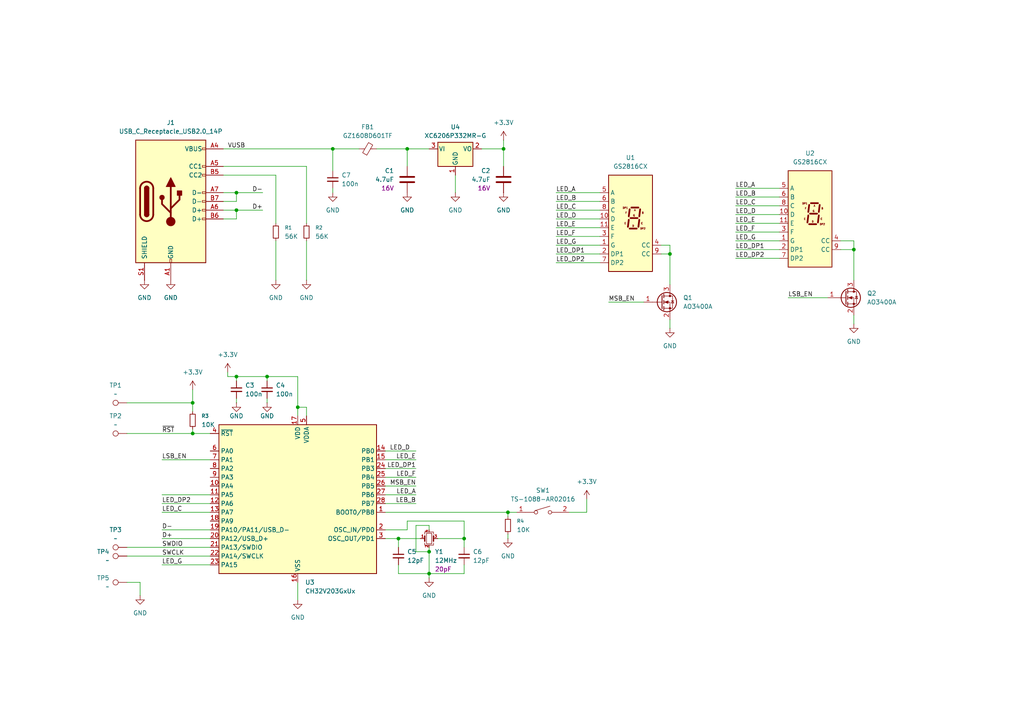
<source format=kicad_sch>
(kicad_sch (version 20250114) (generator "eeschema") (generator_version "9.0")
  (paper "A4")
  (title_block (title "USB C 7 Segment LEDs") (date "2025-08-23") (rev "1") (company "Chris H"))
  (lib_symbols
    (symbol "Connector:TestPoint" (pin_numbers (hide yes)) (pin_names (offset 0.762) (hide yes))
      (property "Reference" "TP" (at 0 6.858 0))
      (property "Value" "TestPoint" (at 0 5.08 0))
      (symbol "TestPoint_0_1"
        (circle (center 0 3.302) (radius 0.762))
      )
      (symbol "TestPoint_1_1"
        (pin passive line (at 0 0 90) (length 2.54) (name "1") (number "1"))
      )
    )
    (symbol "Connector:USB_C_Receptacle_USB2.0_14P" (pin_names (offset 1.016))
      (property "Reference" "J" (at 0 22.225 0))
      (property "Value" "USB_C_Receptacle_USB2.0_14P" (at 0 19.685 0))
      (symbol "USB_C_Receptacle_USB2.0_14P_0_0"
        (rectangle (start -0.254 -17.78) (end 0.254 -16.764))
        (rectangle (start 10.16 15.494) (end 9.144 14.986))
        (rectangle (start 10.16 10.414) (end 9.144 9.906))
        (rectangle (start 10.16 7.874) (end 9.144 7.366))
        (rectangle (start 10.16 2.794) (end 9.144 2.286))
        (rectangle (start 10.16 0.254) (end 9.144 -0.254))
        (rectangle (start 10.16 -2.286) (end 9.144 -2.794))
        (rectangle (start 10.16 -4.826) (end 9.144 -5.334))
      )
      (symbol "USB_C_Receptacle_USB2.0_14P_0_1"
        (rectangle (start -10.16 17.78) (end 10.16 -17.78) (stroke (width 0.254)) (fill (type background)))
        (polyline (pts (xy -8.89 -3.81) (xy -8.89 3.81)) (stroke (width 0.508)))
        (rectangle (start -7.62 -3.81) (end -6.35 3.81) (stroke (width 0.254)) (fill (type outline)))
        (arc (start -7.62 3.81) (mid -6.985 4.4423) (end -6.35 3.81) (stroke (width 0.254)))
        (arc (start -7.62 3.81) (mid -6.985 4.4423) (end -6.35 3.81) (stroke (width 0.254)) (fill (type outline)))
        (arc (start -8.89 3.81) (mid -6.985 5.7067) (end -5.08 3.81) (stroke (width 0.508)))
        (arc (start -5.08 -3.81) (mid -6.985 -5.7067) (end -8.89 -3.81) (stroke (width 0.508)))
        (arc (start -6.35 -3.81) (mid -6.985 -4.4423) (end -7.62 -3.81) (stroke (width 0.254)))
        (arc (start -6.35 -3.81) (mid -6.985 -4.4423) (end -7.62 -3.81) (stroke (width 0.254)) (fill (type outline)))
        (polyline (pts (xy -5.08 3.81) (xy -5.08 -3.81)) (stroke (width 0.508)))
        (circle (center -2.54 1.143) (radius 0.635) (stroke (width 0.254)) (fill (type outline)))
        (polyline (pts (xy -1.27 4.318) (xy 0 6.858) (xy 1.27 4.318) (xy -1.27 4.318)) (stroke (width 0.254)) (fill (type outline)))
        (polyline (pts (xy 0 -2.032) (xy 2.54 0.508) (xy 2.54 1.778)) (stroke (width 0.508)))
        (polyline (pts (xy 0 -3.302) (xy -2.54 -0.762) (xy -2.54 0.508)) (stroke (width 0.508)))
        (polyline (pts (xy 0 -5.842) (xy 0 4.318)) (stroke (width 0.508)))
        (circle (center 0 -5.842) (radius 1.27) (fill (type outline)))
        (rectangle (start 1.905 1.778) (end 3.175 3.048) (stroke (width 0.254)) (fill (type outline)))
      )
      (symbol "USB_C_Receptacle_USB2.0_14P_1_1"
        (pin passive line (at -7.62 -22.86 90) (length 5.08) (name "SHIELD") (number "S1"))
        (pin passive line (at 0 -22.86 90) (length 5.08) (name "GND") (number "A1"))
        (pin passive line (at 0 -22.86 90) (length 5.08) (hide yes) (name "GND") (number "A12"))
        (pin passive line (at 0 -22.86 90) (length 5.08) (hide yes) (name "GND") (number "B1"))
        (pin passive line (at 0 -22.86 90) (length 5.08) (hide yes) (name "GND") (number "B12"))
        (pin passive line (at 15.24 15.24 180) (length 5.08) (name "VBUS") (number "A4"))
        (pin passive line (at 15.24 15.24 180) (length 5.08) (hide yes) (name "VBUS") (number "A9"))
        (pin passive line (at 15.24 15.24 180) (length 5.08) (hide yes) (name "VBUS") (number "B4"))
        (pin passive line (at 15.24 15.24 180) (length 5.08) (hide yes) (name "VBUS") (number "B9"))
        (pin bidirectional line (at 15.24 10.16 180) (length 5.08) (name "CC1") (number "A5"))
        (pin bidirectional line (at 15.24 7.62 180) (length 5.08) (name "CC2") (number "B5"))
        (pin bidirectional line (at 15.24 2.54 180) (length 5.08) (name "D-") (number "A7"))
        (pin bidirectional line (at 15.24 0 180) (length 5.08) (name "D-") (number "B7"))
        (pin bidirectional line (at 15.24 -2.54 180) (length 5.08) (name "D+") (number "A6"))
        (pin bidirectional line (at 15.24 -5.08 180) (length 5.08) (name "D+") (number "B6"))
      )
    )
    (symbol "Device:C" (pin_numbers (hide yes)) (pin_names (offset 0.254))
      (property "Reference" "C" (at 0.635 2.54 0))
      (property "Value" "C" (at 0.635 -2.54 0))
      (symbol "C_0_1"
        (polyline (pts (xy -2.032 0.762) (xy 2.032 0.762)) (stroke (width 0.508)))
        (polyline (pts (xy -2.032 -0.762) (xy 2.032 -0.762)) (stroke (width 0.508)))
      )
      (symbol "C_1_1"
        (pin passive line (at 0 3.81 270) (length 2.794) (name "~") (number "1"))
        (pin passive line (at 0 -3.81 90) (length 2.794) (name "~") (number "2"))
      )
    )
    (symbol "Device:C_Small" (pin_numbers (hide yes)) (pin_names (offset 0.254) (hide yes))
      (property "Reference" "C" (at 0.254 1.778 0))
      (property "Value" "C_Small" (at 0.254 -2.032 0))
      (symbol "C_Small_0_1"
        (polyline (pts (xy -1.524 0.508) (xy 1.524 0.508)) (stroke (width 0.3048)))
        (polyline (pts (xy -1.524 -0.508) (xy 1.524 -0.508)) (stroke (width 0.3302)))
      )
      (symbol "C_Small_1_1"
        (pin passive line (at 0 2.54 270) (length 2.032) (name "~") (number "1"))
        (pin passive line (at 0 -2.54 90) (length 2.032) (name "~") (number "2"))
      )
    )
    (symbol "Device:Crystal_GND24_Small" (pin_names (offset 1.016) (hide yes))
      (property "Reference" "Y" (at 1.27 4.445 0))
      (property "Value" "Crystal_GND24_Small" (at 1.27 2.54 0))
      (symbol "Crystal_GND24_Small_0_1"
        (polyline (pts (xy -1.27 1.27) (xy -1.27 1.905) (xy 1.27 1.905) (xy 1.27 1.27)))
        (polyline (pts (xy -1.27 -0.762) (xy -1.27 0.762)) (stroke (width 0.381)))
        (polyline (pts (xy -1.27 -1.27) (xy -1.27 -1.905) (xy 1.27 -1.905) (xy 1.27 -1.27)))
        (rectangle (start -0.762 -1.524) (end 0.762 1.524))
        (polyline (pts (xy 1.27 -0.762) (xy 1.27 0.762)) (stroke (width 0.381)))
      )
      (symbol "Crystal_GND24_Small_1_1"
        (pin passive line (at -2.54 0 0) (length 1.27) (name "1") (number "1"))
        (pin passive line (at 0 2.54 270) (length 0.635) (name "4") (number "4"))
        (pin passive line (at 0 -2.54 90) (length 0.635) (name "2") (number "2"))
        (pin passive line (at 2.54 0 180) (length 1.27) (name "3") (number "3"))
      )
    )
    (symbol "Device:FerriteBead_Small" (pin_numbers (hide yes)) (pin_names (offset 0))
      (property "Reference" "FB" (at 1.905 1.27 0))
      (property "Value" "FerriteBead_Small" (at 1.905 -1.27 0))
      (symbol "FerriteBead_Small_0_1"
        (polyline (pts (xy -1.8288 0.2794) (xy -1.1176 1.4986) (xy 1.8288 -0.2032) (xy 1.1176 -1.4224) (xy -1.8288 0.2794)))
        (polyline (pts (xy 0 0.889) (xy 0 1.2954)))
        (polyline (pts (xy 0 -1.27) (xy 0 -0.7874)))
      )
      (symbol "FerriteBead_Small_1_1"
        (pin passive line (at 0 2.54 270) (length 1.27) (name "~") (number "1"))
        (pin passive line (at 0 -2.54 90) (length 1.27) (name "~") (number "2"))
      )
    )
    (symbol "Device:R_Small" (pin_numbers (hide yes)) (pin_names (offset 0.254) (hide yes))
      (property "Reference" "R" (at 0 0 90))
      (property "Value" "R_Small" (at 1.778 0 90))
      (symbol "R_Small_0_1"
        (rectangle (start -0.762 1.778) (end 0.762 -1.778) (stroke (width 0.2032)))
      )
      (symbol "R_Small_1_1"
        (pin passive line (at 0 2.54 270) (length 0.762) (name "~") (number "1"))
        (pin passive line (at 0 -2.54 90) (length 0.762) (name "~") (number "2"))
      )
    )
    (symbol "EASYEDA2KICAD:TS-1088-AR02016"
      (property "Reference" "SW1" (at 0 6.35 0))
      (property "Value" "TS-1088-AR02016" (at 0 3.81 0))
      (symbol "TS-1088-AR02016_0_1"
        (polyline (pts (xy -5.08 0) (xy -2.54 0)))
        (polyline (pts (xy -2.29 0.51) (xy 2.03 1.78)))
        (circle (center -2.03 0) (radius 0.51))
        (circle (center 2.03 0) (radius 0.51))
        (polyline (pts (xy 5.08 0) (xy 2.54 0)))
      )
      (symbol "TS-1088-AR02016_1_1"
        (pin unspecified line (at -7.62 0 0) (length 2.54) (name "") (number "1"))
        (pin unspecified line (at 7.62 0 180) (length 2.54) (name "") (number "2"))
      )
    )
    (symbol "MCU_WCH_CH32V2:CH32V203GxUx"
      (property "Reference" "U" (at -21.59 24.384 0))
      (property "Value" "CH32V203GxUx" (at 15.748 24.13 0))
      (symbol "CH32V203GxUx_1_1"
        (rectangle (start -22.86 22.86) (end 22.86 -20.32) (stroke (width 0.254)) (fill (type background)))
        (pin input line (at -25.4 20.32 0) (length 2.54) (name "~{RST}") (number "4"))
        (pin bidirectional line (at -25.4 15.24 0) (length 2.54) (name "PA0") (number "6"))
        (pin bidirectional line (at -25.4 12.7 0) (length 2.54) (name "PA1") (number "7"))
        (pin bidirectional line (at -25.4 10.16 0) (length 2.54) (name "PA2") (number "8"))
        (pin bidirectional line (at -25.4 7.62 0) (length 2.54) (name "PA3") (number "9"))
        (pin bidirectional line (at -25.4 5.08 0) (length 2.54) (name "PA4") (number "10"))
        (pin bidirectional line (at -25.4 2.54 0) (length 2.54) (name "PA5") (number "11"))
        (pin bidirectional line (at -25.4 0 0) (length 2.54) (name "PA6") (number "12"))
        (pin bidirectional line (at -25.4 -2.54 0) (length 2.54) (name "PA7") (number "13"))
        (pin bidirectional line (at -25.4 -5.08 0) (length 2.54) (name "PA9") (number "18"))
        (pin bidirectional line (at -25.4 -7.62 0) (length 2.54) (name "PA10/PA11/USB_D-") (number "19"))
        (pin bidirectional line (at -25.4 -10.16 0) (length 2.54) (name "PA12/USB_D+") (number "20"))
        (pin bidirectional line (at -25.4 -12.7 0) (length 2.54) (name "PA13/SWDIO") (number "21"))
        (pin bidirectional line (at -25.4 -15.24 0) (length 2.54) (name "PA14/SWCLK") (number "22"))
        (pin bidirectional line (at -25.4 -17.78 0) (length 2.54) (name "PA15") (number "23"))
        (pin power_in line (at 0 25.4 270) (length 2.54) (name "VDD") (number "17"))
        (pin power_in line (at 0 -22.86 90) (length 2.54) (name "VSS") (number "16"))
        (pin passive line (at 0 -22.86 90) (length 2.54) (hide yes) (name "VSS") (number "29"))
        (pin power_in line (at 2.54 25.4 270) (length 2.54) (name "VDDA") (number "5"))
        (pin bidirectional line (at 25.4 15.24 180) (length 2.54) (name "PB0") (number "14"))
        (pin bidirectional line (at 25.4 12.7 180) (length 2.54) (name "PB1") (number "15"))
        (pin bidirectional line (at 25.4 10.16 180) (length 2.54) (name "PB3") (number "24"))
        (pin bidirectional line (at 25.4 7.62 180) (length 2.54) (name "PB4") (number "25"))
        (pin bidirectional line (at 25.4 5.08 180) (length 2.54) (name "PB5") (number "26"))
        (pin bidirectional line (at 25.4 2.54 180) (length 2.54) (name "PB6") (number "27"))
        (pin bidirectional line (at 25.4 0 180) (length 2.54) (name "PB7") (number "28"))
        (pin bidirectional line (at 25.4 -2.54 180) (length 2.54) (name "BOOT0/PB8") (number "1"))
        (pin bidirectional line (at 25.4 -7.62 180) (length 2.54) (name "OSC_IN/PD0") (number "2"))
        (pin bidirectional line (at 25.4 -10.16 180) (length 2.54) (name "OSC_OUT/PD1") (number "3"))
      )
    )
    (symbol "Regulator_Linear:XC6206PxxxMR" (pin_names (offset 0.254))
      (property "Reference" "U" (at -3.81 3.175 0))
      (property "Value" "XC6206PxxxMR" (at 0 3.175 0))
      (symbol "XC6206PxxxMR_0_1"
        (rectangle (start -5.08 1.905) (end 5.08 -5.08) (stroke (width 0.254)) (fill (type background)))
      )
      (symbol "XC6206PxxxMR_1_1"
        (pin power_in line (at -7.62 0 0) (length 2.54) (name "VI") (number "3"))
        (pin power_in line (at 0 -7.62 90) (length 2.54) (name "GND") (number "1"))
        (pin power_out line (at 7.62 0 180) (length 2.54) (name "VO") (number "2"))
      )
    )
    (symbol "Transistor_FET:AO3400A" (pin_names (offset 0) (hide yes))
      (property "Reference" "Q" (at 5.08 1.905 0))
      (property "Value" "AO3400A" (at 5.08 0 0))
      (symbol "AO3400A_0_1"
        (polyline (pts (xy 0.254 1.905) (xy 0.254 -1.905)) (stroke (width 0.254)))
        (polyline (pts (xy 0.254 0) (xy -2.54 0)))
        (polyline (pts (xy 0.762 2.286) (xy 0.762 1.27)) (stroke (width 0.254)))
        (polyline (pts (xy 0.762 0.508) (xy 0.762 -0.508)) (stroke (width 0.254)))
        (polyline (pts (xy 0.762 -1.27) (xy 0.762 -2.286)) (stroke (width 0.254)))
        (polyline (pts (xy 0.762 -1.778) (xy 3.302 -1.778) (xy 3.302 1.778) (xy 0.762 1.778)))
        (polyline (pts (xy 1.016 0) (xy 2.032 0.381) (xy 2.032 -0.381) (xy 1.016 0)) (fill (type outline)))
        (circle (center 1.651 0) (radius 2.794) (stroke (width 0.254)))
        (polyline (pts (xy 2.54 2.54) (xy 2.54 1.778)))
        (circle (center 2.54 1.778) (radius 0.254) (fill (type outline)))
        (circle (center 2.54 -1.778) (radius 0.254) (fill (type outline)))
        (polyline (pts (xy 2.54 -2.54) (xy 2.54 0) (xy 0.762 0)))
        (polyline (pts (xy 2.921 0.381) (xy 3.683 0.381)))
        (polyline (pts (xy 3.302 0.381) (xy 2.921 -0.254) (xy 3.683 -0.254) (xy 3.302 0.381)))
      )
      (symbol "AO3400A_1_1"
        (pin input line (at -5.08 0 0) (length 2.54) (name "G") (number "1"))
        (pin passive line (at 2.54 5.08 270) (length 2.54) (name "D") (number "3"))
        (pin passive line (at 2.54 -5.08 90) (length 2.54) (name "S") (number "2"))
      )
    )
    (symbol "power:+3.3V" (power) (pin_numbers (hide yes)) (pin_names (offset 0) (hide yes))
      (property "Value" "+3.3V" (at 0 3.556 0))
      (symbol "+3.3V_0_1"
        (polyline (pts (xy -0.762 1.27) (xy 0 2.54)))
        (polyline (pts (xy 0 2.54) (xy 0.762 1.27)))
        (polyline (pts (xy 0 0) (xy 0 2.54)))
      )
      (symbol "+3.3V_1_1"
        (pin power_in line (at 0 0 90) (length 0) (name "~") (number "1"))
      )
    )
    (symbol "power:GND" (power) (pin_numbers (hide yes)) (pin_names (offset 0) (hide yes))
      (property "Value" "GND" (at 0 -3.81 0))
      (symbol "GND_0_1"
        (polyline (pts (xy 0 0) (xy 0 -1.27) (xy 1.27 -1.27) (xy 0 -2.54) (xy -1.27 -1.27) (xy 0 -1.27)))
      )
      (symbol "GND_1_1"
        (pin power_in line (at 0 0 270) (length 0) (name "~") (number "1"))
      )
    )
    (symbol "usbc-7seg:GS2816CX"
      (property "Reference" "U" (at -5.08 13.97 0))
      (property "Value" "GS2816CX" (at 5.08 13.97 0))
      (symbol "GS2816CX_1_0"
        (text "E" (at -1.524 -1.27 0) (effects (font (size 0.508 0.508))))
        (text "F" (at -1.27 1.778 0) (effects (font (size 0.508 0.508))))
        (text "D" (at 0.762 -2.032 0) (effects (font (size 0.508 0.508))))
        (text "G" (at 1.016 1.016 0) (effects (font (size 0.508 0.508))))
        (text "A" (at 1.27 2.54 0) (effects (font (size 0.508 0.508))))
        (text "C" (at 3.302 -1.27 0) (effects (font (size 0.508 0.508))))
        (text "B" (at 3.556 1.778 0) (effects (font (size 0.508 0.508))))
      )
      (symbol "GS2816CX_1_1"
        (rectangle (start -6.35 12.7) (end 6.35 -15.24) (stroke (width 0.254)) (fill (type background)))
        (polyline (pts (xy -0.508 -0.254) (xy -0.762 -2.286)) (stroke (width 0.508)))
        (polyline (pts (xy -0.254 2.794) (xy -0.508 0.762)) (stroke (width 0.508)))
        (polyline (pts (xy -0.254 -2.794) (xy 1.778 -2.794)) (stroke (width 0.508)))
        (polyline (pts (xy 0 0.254) (xy 2.032 0.254)) (stroke (width 0.508)))
        (polyline (pts (xy 0.254 3.302) (xy 2.286 3.302)) (stroke (width 0.508)))
        (polyline (pts (xy 2.286 -2.921) (xy 2.286 -2.921)) (stroke (width 0.508)))
        (polyline (pts (xy 2.54 -0.254) (xy 2.286 -2.286)) (stroke (width 0.508)))
        (polyline (pts (xy 2.794 2.794) (xy 2.54 0.762)) (stroke (width 0.508)))
        (text "DP1\n\n" (at -1.524 2.794 0) (effects (font (size 0.508 0.508))))
        (text "DP2\n" (at 3.556 -2.794 0) (effects (font (size 0.508 0.508))))
        (pin input line (at -8.89 7.62 0) (length 2.54) (name "A") (number "5"))
        (pin input line (at -8.89 5.08 0) (length 2.54) (name "B") (number "6"))
        (pin input line (at -8.89 2.54 0) (length 2.54) (name "C") (number "8"))
        (pin input line (at -8.89 0 0) (length 2.54) (name "D") (number "10"))
        (pin input line (at -8.89 -2.54 0) (length 2.54) (name "E") (number "11"))
        (pin input line (at -8.89 -5.08 0) (length 2.54) (name "F") (number "3"))
        (pin input line (at -8.89 -7.62 0) (length 2.54) (name "G") (number "1"))
        (pin input line (at -8.89 -10.16 0) (length 2.54) (name "DP1") (number "2"))
        (pin input line (at -8.89 -12.7 0) (length 2.54) (name "DP2") (number "7"))
        (pin input line (at 8.89 -7.62 180) (length 2.54) (name "CC") (number "4"))
        (pin input line (at 8.89 -10.16 180) (length 2.54) (name "CC") (number "9"))
      )
    )
  )
  (junction (at 55.88 116.84))
  (junction (at 68.58 60.96))
  (junction (at 118.11 43.18))
  (junction (at 194.31 73.66))
  (junction (at 68.58 109.22))
  (junction (at 124.46 160.02))
  (junction (at 147.32 148.59))
  (junction (at 96.52 43.18))
  (junction (at 134.62 156.21))
  (junction (at 86.36 118.11))
  (junction (at 77.47 109.22))
  (junction (at 247.65 72.39))
  (junction (at 68.58 55.88))
  (junction (at 115.57 156.21))
  (junction (at 146.05 43.18))
  (junction (at 55.88 125.73))
  (junction (at 124.46 166.37))
  (wire (pts (xy 243.84 72.39) (xy 247.65 72.39)))
  (wire (pts (xy 213.36 62.23) (xy 226.06 62.23)))
  (wire (pts (xy 176.53 87.63) (xy 186.69 87.63)))
  (wire (pts (xy 40.64 168.91) (xy 36.83 168.91)))
  (wire (pts (xy 161.29 73.66) (xy 173.99 73.66)))
  (wire (pts (xy 64.77 48.26) (xy 88.9 48.26)))
  (wire (pts (xy 147.32 148.59) (xy 149.86 148.59)))
  (wire (pts (xy 66.04 107.95) (xy 66.04 109.22)))
  (wire (pts (xy 170.18 148.59) (xy 170.18 144.78)))
  (wire (pts (xy 247.65 91.44) (xy 247.65 93.98)))
  (wire (pts (xy 213.36 69.85) (xy 226.06 69.85)))
  (wire (pts (xy 96.52 43.18) (xy 96.52 49.53)))
  (wire (pts (xy 68.58 60.96) (xy 68.58 63.5)))
  (wire (pts (xy 165.1 148.59) (xy 170.18 148.59)))
  (wire (pts (xy 55.88 125.73) (xy 55.88 124.46)))
  (wire (pts (xy 111.76 130.81) (xy 120.65 130.81)))
  (wire (pts (xy 124.46 160.02) (xy 124.46 166.37)))
  (wire (pts (xy 60.96 125.73) (xy 55.88 125.73)))
  (wire (pts (xy 96.52 54.61) (xy 96.52 55.88)))
  (wire (pts (xy 134.62 151.13) (xy 134.62 156.21)))
  (wire (pts (xy 111.76 156.21) (xy 115.57 156.21)))
  (wire (pts (xy 77.47 109.22) (xy 77.47 110.49)))
  (wire (pts (xy 191.77 71.12) (xy 194.31 71.12)))
  (wire (pts (xy 96.52 43.18) (xy 104.14 43.18)))
  (wire (pts (xy 120.65 160.02) (xy 124.46 160.02)))
  (wire (pts (xy 88.9 48.26) (xy 88.9 64.77)))
  (wire (pts (xy 161.29 71.12) (xy 173.99 71.12)))
  (wire (pts (xy 111.76 143.51) (xy 120.65 143.51)))
  (wire (pts (xy 111.76 138.43) (xy 120.65 138.43)))
  (wire (pts (xy 191.77 73.66) (xy 194.31 73.66)))
  (wire (pts (xy 118.11 43.18) (xy 118.11 48.26)))
  (wire (pts (xy 124.46 166.37) (xy 134.62 166.37)))
  (wire (pts (xy 111.76 135.89) (xy 120.65 135.89)))
  (wire (pts (xy 118.11 43.18) (xy 124.46 43.18)))
  (wire (pts (xy 68.58 58.42) (xy 68.58 55.88)))
  (wire (pts (xy 86.36 118.11) (xy 86.36 120.65)))
  (wire (pts (xy 146.05 40.64) (xy 146.05 43.18)))
  (wire (pts (xy 88.9 118.11) (xy 86.36 118.11)))
  (wire (pts (xy 64.77 50.8) (xy 80.01 50.8)))
  (wire (pts (xy 115.57 163.83) (xy 115.57 166.37)))
  (wire (pts (xy 64.77 43.18) (xy 96.52 43.18)))
  (wire (pts (xy 213.36 74.93) (xy 226.06 74.93)))
  (wire (pts (xy 40.64 172.72) (xy 40.64 168.91)))
  (wire (pts (xy 161.29 58.42) (xy 173.99 58.42)))
  (wire (pts (xy 77.47 109.22) (xy 86.36 109.22)))
  (wire (pts (xy 115.57 166.37) (xy 124.46 166.37)))
  (wire (pts (xy 55.88 116.84) (xy 55.88 119.38)))
  (wire (pts (xy 161.29 66.04) (xy 173.99 66.04)))
  (wire (pts (xy 161.29 55.88) (xy 173.99 55.88)))
  (wire (pts (xy 213.36 67.31) (xy 226.06 67.31)))
  (wire (pts (xy 80.01 50.8) (xy 80.01 64.77)))
  (wire (pts (xy 194.31 71.12) (xy 194.31 73.66)))
  (wire (pts (xy 111.76 153.67) (xy 118.11 153.67)))
  (wire (pts (xy 124.46 158.75) (xy 124.46 160.02)))
  (wire (pts (xy 161.29 63.5) (xy 173.99 63.5)))
  (wire (pts (xy 46.99 146.05) (xy 60.96 146.05)))
  (wire (pts (xy 46.99 163.83) (xy 60.96 163.83)))
  (wire (pts (xy 213.36 59.69) (xy 226.06 59.69)))
  (wire (pts (xy 134.62 156.21) (xy 134.62 158.75)))
  (wire (pts (xy 46.99 153.67) (xy 60.96 153.67)))
  (wire (pts (xy 68.58 115.57) (xy 68.58 116.84)))
  (wire (pts (xy 55.88 113.03) (xy 55.88 116.84)))
  (wire (pts (xy 161.29 68.58) (xy 173.99 68.58)))
  (wire (pts (xy 213.36 64.77) (xy 226.06 64.77)))
  (wire (pts (xy 120.65 152.4) (xy 120.65 160.02)))
  (wire (pts (xy 111.76 146.05) (xy 120.65 146.05)))
  (wire (pts (xy 161.29 76.2) (xy 173.99 76.2)))
  (wire (pts (xy 134.62 166.37) (xy 134.62 163.83)))
  (wire (pts (xy 64.77 58.42) (xy 68.58 58.42)))
  (wire (pts (xy 111.76 140.97) (xy 120.65 140.97)))
  (wire (pts (xy 194.31 73.66) (xy 194.31 82.55)))
  (wire (pts (xy 111.76 133.35) (xy 120.65 133.35)))
  (wire (pts (xy 115.57 156.21) (xy 115.57 158.75)))
  (wire (pts (xy 147.32 154.94) (xy 147.32 156.21)))
  (wire (pts (xy 80.01 69.85) (xy 80.01 81.28)))
  (wire (pts (xy 147.32 148.59) (xy 147.32 149.86)))
  (wire (pts (xy 111.76 148.59) (xy 147.32 148.59)))
  (wire (pts (xy 36.83 125.73) (xy 55.88 125.73)))
  (wire (pts (xy 247.65 72.39) (xy 247.65 81.28)))
  (wire (pts (xy 213.36 54.61) (xy 226.06 54.61)))
  (wire (pts (xy 161.29 60.96) (xy 173.99 60.96)))
  (wire (pts (xy 46.99 156.21) (xy 60.96 156.21)))
  (wire (pts (xy 213.36 72.39) (xy 226.06 72.39)))
  (wire (pts (xy 132.08 50.8) (xy 132.08 55.88)))
  (wire (pts (xy 124.46 152.4) (xy 120.65 152.4)))
  (wire (pts (xy 146.05 43.18) (xy 146.05 48.26)))
  (wire (pts (xy 88.9 120.65) (xy 88.9 118.11)))
  (wire (pts (xy 124.46 153.67) (xy 124.46 152.4)))
  (wire (pts (xy 66.04 109.22) (xy 68.58 109.22)))
  (wire (pts (xy 228.6 86.36) (xy 240.03 86.36)))
  (wire (pts (xy 88.9 69.85) (xy 88.9 81.28)))
  (wire (pts (xy 36.83 161.29) (xy 60.96 161.29)))
  (wire (pts (xy 243.84 69.85) (xy 247.65 69.85)))
  (wire (pts (xy 86.36 109.22) (xy 86.36 118.11)))
  (wire (pts (xy 68.58 55.88) (xy 76.2 55.88)))
  (wire (pts (xy 68.58 109.22) (xy 68.58 110.49)))
  (wire (pts (xy 213.36 57.15) (xy 226.06 57.15)))
  (wire (pts (xy 77.47 115.57) (xy 77.47 116.84)))
  (wire (pts (xy 127 156.21) (xy 134.62 156.21)))
  (wire (pts (xy 86.36 168.91) (xy 86.36 173.99)))
  (wire (pts (xy 115.57 156.21) (xy 121.92 156.21)))
  (wire (pts (xy 68.58 60.96) (xy 76.2 60.96)))
  (wire (pts (xy 64.77 60.96) (xy 68.58 60.96)))
  (wire (pts (xy 139.7 43.18) (xy 146.05 43.18)))
  (wire (pts (xy 118.11 151.13) (xy 134.62 151.13)))
  (wire (pts (xy 46.99 133.35) (xy 60.96 133.35)))
  (wire (pts (xy 194.31 92.71) (xy 194.31 95.25)))
  (wire (pts (xy 46.99 143.51) (xy 60.96 143.51)))
  (wire (pts (xy 124.46 166.37) (xy 124.46 167.64)))
  (wire (pts (xy 118.11 153.67) (xy 118.11 151.13)))
  (wire (pts (xy 68.58 109.22) (xy 77.47 109.22)))
  (wire (pts (xy 46.99 148.59) (xy 60.96 148.59)))
  (wire (pts (xy 68.58 55.88) (xy 64.77 55.88)))
  (wire (pts (xy 36.83 116.84) (xy 55.88 116.84)))
  (wire (pts (xy 109.22 43.18) (xy 118.11 43.18)))
  (wire (pts (xy 247.65 69.85) (xy 247.65 72.39)))
  (wire (pts (xy 36.83 158.75) (xy 60.96 158.75)))
  (wire (pts (xy 68.58 63.5) (xy 64.77 63.5)))
  (label "D+" (at 76.2 60.96 180))
  (label "~{RST}" (at 46.99 125.73 0))
  (label "LED_E" (at 161.29 66.04 0))
  (label "LED_C" (at 46.99 148.59 0))
  (label "LED_DP2" (at 213.36 74.93 0))
  (label "MSB_EN" (at 176.53 87.63 0))
  (label "LED_DP2" (at 46.99 146.05 0))
  (label "LED_DP1" (at 120.65 135.89 180))
  (label "LED_A" (at 161.29 55.88 0))
  (label "VUSB" (at 66.04 43.18 0))
  (label "D-" (at 76.2 55.88 180))
  (label "LED_D" (at 161.29 63.5 0))
  (label "LED_F" (at 161.29 68.58 0))
  (label "LED_B" (at 213.36 57.15 0))
  (label "LED_DP1" (at 213.36 72.39 0))
  (label "LED_A" (at 120.65 143.51 180))
  (label "LSB_EN" (at 228.6 86.36 0))
  (label "LED_F" (at 213.36 67.31 0))
  (label "LED_DP2" (at 161.29 76.2 0))
  (label "LED_F" (at 120.65 138.43 180))
  (label "LED_G" (at 161.29 71.12 0))
  (label "LED_E" (at 120.65 133.35 180))
  (label "D-" (at 46.99 153.67 0))
  (label "LED_DP1" (at 161.29 73.66 0))
  (label "SWCLK" (at 46.99 161.29 0))
  (label "LED_G" (at 46.99 163.83 0))
  (label "D+" (at 46.99 156.21 0))
  (label "SWDIO" (at 46.99 158.75 0))
  (label "LED_B" (at 161.29 58.42 0))
  (label "LED_G" (at 213.36 69.85 0))
  (label "LEB_B" (at 120.65 146.05 180))
  (label "LSB_EN" (at 46.99 133.35 0))
  (label "LED_C" (at 161.29 60.96 0))
  (label "LED_A" (at 213.36 54.61 0))
  (label "LED_C" (at 213.36 59.69 0))
  (label "LED_D" (at 113.03 130.81 0))
  (label "LED_D" (at 213.36 62.23 0))
  (label "MSB_EN" (at 120.65 140.97 180))
  (label "LED_E" (at 213.36 64.77 0))
  (symbol (lib_id "power:GND") (at 86.36 173.99 0) (unit 1)
    (property "Reference" "#PWR017" (effects (hide yes)))
    (property "Value" "GND" (at 86.36 179.07 0))
    (property "Description" "Power symbol creates a global label with name \"GND\" , ground" (effects (hide yes)))
  )
  (symbol (lib_id "Device:R_Small") (at 88.9 67.31 0) (unit 1)
    (property "Reference" "R2" (at 91.44 66.0399 0) (effects (font (size 1.016 1.016)) (justify left)))
    (property "Value" "56K" (at 91.44 68.5799 0) (effects (justify left)))
    (property "Footprint" "Resistor_SMD:R_0402_1005Metric" (effects (hide yes)))
    (property "Description" "Resistor, small symbol" (effects (hide yes)))
  )
  (symbol (lib_id "power:GND") (at 194.31 95.25 0) (unit 1)
    (property "Reference" "#PWR015" (effects (hide yes)))
    (property "Value" "GND" (at 194.31 100.33 0))
    (property "Description" "Power symbol creates a global label with name \"GND\" , ground" (effects (hide yes)))
  )
  (symbol (lib_id "power:GND") (at 132.08 55.88 0) (unit 1)
    (property "Reference" "#PWR05" (effects (hide yes)))
    (property "Value" "GND" (at 132.08 60.96 0))
    (property "Description" "Power symbol creates a global label with name \"GND\" , ground" (effects (hide yes)))
  )
  (symbol (lib_id "Device:C_Small") (at 134.62 161.29 0) (unit 1)
    (property "Reference" "C6" (at 137.16 160.0262 0) (effects (justify left)))
    (property "Value" "12pF" (at 137.16 162.5662 0) (effects (justify left)))
    (property "Footprint" "Capacitor_SMD:C_0402_1005Metric" (effects (hide yes)))
    (property "Description" "Unpolarized capacitor, small symbol" (effects (hide yes)))
  )
  (symbol (lib_id "Device:R_Small") (at 80.01 67.31 0) (unit 1)
    (property "Reference" "R1" (at 82.55 66.0399 0) (effects (font (size 1.016 1.016)) (justify left)))
    (property "Value" "56K" (at 82.55 68.5799 0) (effects (justify left)))
    (property "Footprint" "Resistor_SMD:R_0402_1005Metric" (effects (hide yes)))
    (property "Description" "Resistor, small symbol" (effects (hide yes)))
  )
  (symbol (lib_id "Device:C") (at 118.11 52.07 0) (unit 1)
    (property "Reference" "C1" (at 114.3 49.5299 0) (effects (justify right)))
    (property "Value" "4.7uF" (at 114.3 52.0699 0) (effects (justify right)))
    (property "Footprint" "Capacitor_SMD:C_0603_1608Metric" (effects (hide yes)))
    (property "Description" "Unpolarized capacitor" (effects (hide yes)))
    (property "Voltage" "16V" (at 114.3 54.6099 0) (effects (justify right)))
    (property "JLCPCB" "C19666" (effects (hide yes)))
  )
  (symbol (lib_id "Connector:USB_C_Receptacle_USB2.0_14P") (at 49.53 58.42 0) (unit 1)
    (property "Reference" "J1" (at 49.53 35.56 0))
    (property "Value" "USB_C_Receptacle_USB2.0_14P" (at 49.53 38.1 0))
    (property "Footprint" "Connector_USB:USB_C_Receptacle_HCTL_HC-TYPE-C-16P-01A" (effects (hide yes)))
    (property "Datasheet" "https://www.usb.org/sites/default/files/documents/usb_type-c.zip" (effects (hide yes)))
    (property "Description" "USB 2.0-only 14P Type-C Receptacle connector" (effects (hide yes)))
  )
  (symbol (lib_id "Device:FerriteBead_Small") (at 106.68 43.18 90) (unit 1)
    (property "Reference" "FB1" (at 106.6419 36.83 90))
    (property "Value" "GZ1608D601TF" (at 106.6419 39.37 90))
    (property "Footprint" "Inductor_SMD:L_0603_1608Metric" (effects (hide yes)))
    (property "Description" "Ferrite bead, small symbol" (effects (hide yes)))
    (property "JLCPCB Part" "C1002" (effects (hide yes)))
  )
  (symbol (lib_id "Transistor_FET:AO3400A") (at 191.77 87.63 0) (unit 1)
    (property "Reference" "Q1" (at 198.12 86.3599 0) (effects (justify left)))
    (property "Value" "AO3400A" (at 198.12 88.8999 0) (effects (justify left)))
    (property "Footprint" "Package_TO_SOT_SMD:SOT-23" (effects (hide yes)))
    (property "Datasheet" "http://www.aosmd.com/pdfs/datasheet/AO3400A.pdf" (effects (hide yes)))
    (property "Description" "30V Vds, 5.7A Id, N-Channel MOSFET, SOT-23" (effects (hide yes)))
  )
  (symbol (lib_id "Device:Crystal_GND24_Small") (at 124.46 156.21 0) (unit 1)
    (property "Reference" "Y1" (at 126.1111 160.02 0) (effects (justify left)))
    (property "Value" "12MHz" (at 126.1111 162.56 0) (effects (justify left)))
    (property "Footprint" "Crystal:Crystal_SMD_3225-4Pin_3.2x2.5mm" (effects (hide yes)))
    (property "Description" "Four pin crystal, GND on pins 2 and 4, small symbol" (effects (hide yes)))
    (property "Capacitance" "20pF" (at 126.1111 165.1 0) (effects (justify left)))
    (property "JLCPCB Part" "C9002" (effects (hide yes)))
  )
  (symbol (lib_id "power:+3.3V") (at 66.04 107.95 0) (unit 1)
    (property "Reference" "#PWR09" (effects (hide yes)))
    (property "Value" "+3.3V" (at 66.04 102.87 0))
    (property "Description" "Power symbol creates a global label with name \"+3.3V\"" (effects (hide yes)))
  )
  (symbol (lib_id "usbc-7seg:GS2816CX") (at 234.95 62.23 0) (unit 1)
    (property "Reference" "U2" (at 234.95 44.45 0))
    (property "Value" "GS2816CX" (at 234.95 46.99 0))
    (property "Footprint" "usbc-7seg:GS2816ACX-X" (effects (hide yes)))
    (property "Datasheet" "https://www.lcsc.com/datasheet/C22462653.pdf" (effects (hide yes)))
    (property "Description" "One digit 7 segment, common cathode" (effects (hide yes)))
  )
  (symbol (lib_id "Transistor_FET:AO3400A") (at 245.11 86.36 0) (unit 1)
    (property "Reference" "Q2" (at 251.46 85.0899 0) (effects (justify left)))
    (property "Value" "AO3400A" (at 251.46 87.6299 0) (effects (justify left)))
    (property "Footprint" "Package_TO_SOT_SMD:SOT-23" (effects (hide yes)))
    (property "Datasheet" "http://www.aosmd.com/pdfs/datasheet/AO3400A.pdf" (effects (hide yes)))
    (property "Description" "30V Vds, 5.7A Id, N-Channel MOSFET, SOT-23" (effects (hide yes)))
  )
  (symbol (lib_id "power:GND") (at 147.32 156.21 0) (unit 1)
    (property "Reference" "#PWR013" (effects (hide yes)))
    (property "Value" "GND" (at 147.32 161.29 0))
    (property "Description" "Power symbol creates a global label with name \"GND\" , ground" (effects (hide yes)))
  )
  (symbol (lib_id "Device:C_Small") (at 68.58 113.03 0) (unit 1)
    (property "Reference" "C3" (at 71.12 111.7662 0) (effects (justify left)))
    (property "Value" "100n" (at 71.12 114.3062 0) (effects (justify left)))
    (property "Footprint" "Capacitor_SMD:C_0402_1005Metric" (effects (hide yes)))
    (property "Description" "Unpolarized capacitor, small symbol" (effects (hide yes)))
  )
  (symbol (lib_id "MCU_WCH_CH32V2:CH32V203GxUx") (at 86.36 146.05 0) (unit 1)
    (property "Reference" "U3" (at 88.5033 168.91 0) (effects (justify left)))
    (property "Value" "CH32V203GxUx" (at 88.5033 171.45 0) (effects (justify left)))
    (property "Footprint" "Package_DFN_QFN:WQFN-28-1EP_4x4mm_P0.4mm_EP2.7x2.7mm" (effects (hide yes)))
    (property "Datasheet" "https://www.wch-ic.com/downloads/CH32V203DS0_PDF.html" (effects (hide yes)))
    (property "Description" "NanjingQinheng WCH RISC-V MCU, 32-64KB flash, 10-20KB RAM, 144 MHz, 2.4-3.6V, 24 GPIO, ADC, OpAmp, CAN, USB, WQFN-28" (effects (hide yes)))
  )
  (symbol (lib_id "power:GND") (at 68.58 116.84 0) (unit 1)
    (property "Reference" "#PWR010" (effects (hide yes)))
    (property "Value" "GND" (at 68.58 120.65 0))
    (property "Description" "Power symbol creates a global label with name \"GND\" , ground" (effects (hide yes)))
  )
  (symbol (lib_id "Connector:TestPoint") (at 36.83 161.29 90) (unit 1)
    (property "Reference" "TP4" (at 31.75 160.0199 90) (effects (justify left)))
    (property "Value" "~" (at 31.75 162.5599 90) (effects (justify left)))
    (property "Footprint" "TestPoint:TestPoint_Pad_D1.5mm" (effects (hide yes)))
    (property "Description" "test point" (effects (hide yes)))
  )
  (symbol (lib_id "Device:C_Small") (at 115.57 161.29 0) (unit 1)
    (property "Reference" "C5" (at 118.11 160.0262 0) (effects (justify left)))
    (property "Value" "12pF" (at 118.11 162.5662 0) (effects (justify left)))
    (property "Footprint" "Capacitor_SMD:C_0402_1005Metric" (effects (hide yes)))
    (property "Description" "Unpolarized capacitor, small symbol" (effects (hide yes)))
  )
  (symbol (lib_id "power:+3.3V") (at 170.18 144.78 0) (unit 1)
    (property "Reference" "#PWR014" (effects (hide yes)))
    (property "Value" "+3.3V" (at 170.18 139.7 0))
    (property "Description" "Power symbol creates a global label with name \"+3.3V\"" (effects (hide yes)))
  )
  (symbol (lib_id "power:GND") (at 77.47 116.84 0) (unit 1)
    (property "Reference" "#PWR011" (effects (hide yes)))
    (property "Value" "GND" (at 77.47 120.65 0))
    (property "Description" "Power symbol creates a global label with name \"GND\" , ground" (effects (hide yes)))
  )
  (symbol (lib_id "power:GND") (at 40.64 172.72 0) (unit 1)
    (property "Reference" "#PWR019" (effects (hide yes)))
    (property "Value" "GND" (at 40.64 177.8 0))
    (property "Description" "Power symbol creates a global label with name \"GND\" , ground" (effects (hide yes)))
  )
  (symbol (lib_id "Device:R_Small") (at 147.32 152.4 0) (unit 1)
    (property "Reference" "R4" (at 149.86 151.1299 0) (effects (font (size 1.016 1.016)) (justify left)))
    (property "Value" "10K" (at 149.86 153.6699 0) (effects (justify left)))
    (property "Footprint" "Resistor_SMD:R_0402_1005Metric" (effects (hide yes)))
    (property "Description" "Resistor, small symbol" (effects (hide yes)))
  )
  (symbol (lib_id "Connector:TestPoint") (at 36.83 125.73 90) (unit 1)
    (property "Reference" "TP2" (at 33.528 120.65 90))
    (property "Value" "~" (at 33.528 123.19 90))
    (property "Footprint" "TestPoint:TestPoint_Pad_D1.5mm" (effects (hide yes)))
    (property "Description" "test point" (effects (hide yes)))
  )
  (symbol (lib_id "Device:C_Small") (at 77.47 113.03 0) (unit 1)
    (property "Reference" "C4" (at 80.01 111.7662 0) (effects (justify left)))
    (property "Value" "100n" (at 80.01 114.3062 0) (effects (justify left)))
    (property "Footprint" "Capacitor_SMD:C_0402_1005Metric" (effects (hide yes)))
    (property "Description" "Unpolarized capacitor, small symbol" (effects (hide yes)))
  )
  (symbol (lib_id "Device:R_Small") (at 55.88 121.92 0) (unit 1)
    (property "Reference" "R3" (at 58.42 120.6499 0) (effects (font (size 1.016 1.016)) (justify left)))
    (property "Value" "10K" (at 58.42 123.1899 0) (effects (justify left)))
    (property "Footprint" "Resistor_SMD:R_0402_1005Metric" (effects (hide yes)))
    (property "Description" "Resistor, small symbol" (effects (hide yes)))
  )
  (symbol (lib_id "power:GND") (at 88.9 81.28 0) (unit 1)
    (property "Reference" "#PWR04" (effects (hide yes)))
    (property "Value" "GND" (at 88.9 86.36 0))
    (property "Description" "Power symbol creates a global label with name \"GND\" , ground" (effects (hide yes)))
  )
  (symbol (lib_id "power:GND") (at 41.91 81.28 0) (unit 1)
    (property "Reference" "#PWR02" (effects (hide yes)))
    (property "Value" "GND" (at 41.91 86.36 0))
    (property "Description" "Power symbol creates a global label with name \"GND\" , ground" (effects (hide yes)))
  )
  (symbol (lib_id "Regulator_Linear:XC6206PxxxMR") (at 132.08 43.18 0) (unit 1)
    (property "Reference" "U4" (at 132.08 36.83 0))
    (property "Value" "XC6206P332MR-G" (at 132.08 39.37 0))
    (property "Footprint" "Package_TO_SOT_SMD:SOT-23-3" (effects (hide yes)))
    (property "Datasheet" "https://www.torexsemi.com/file/xc6206/XC6206.pdf" (effects (hide yes)))
    (property "Description" "Positive 60-250mA Low Dropout Regulator, Fixed Output, SOT-23" (effects (hide yes)))
    (property "LCSC Part" "C5446" (effects (hide yes)))
  )
  (symbol (lib_id "usbc-7seg:GS2816CX") (at 182.88 63.5 0) (unit 1)
    (property "Reference" "U1" (at 182.88 45.72 0))
    (property "Value" "GS2816CX" (at 182.88 48.26 0))
    (property "Footprint" "usbc-7seg:GS2816ACX-X" (effects (hide yes)))
    (property "Datasheet" "https://www.lcsc.com/datasheet/C22462653.pdf" (effects (hide yes)))
    (property "Description" "One digit 7 segment, common cathode" (effects (hide yes)))
  )
  (symbol (lib_id "Connector:TestPoint") (at 36.83 158.75 90) (unit 1)
    (property "Reference" "TP3" (at 33.528 153.67 90))
    (property "Value" "~" (at 33.528 156.21 90))
    (property "Footprint" "TestPoint:TestPoint_Pad_D1.5mm" (effects (hide yes)))
    (property "Description" "test point" (effects (hide yes)))
  )
  (symbol (lib_id "power:GND") (at 80.01 81.28 0) (unit 1)
    (property "Reference" "#PWR03" (effects (hide yes)))
    (property "Value" "GND" (at 80.01 86.36 0))
    (property "Description" "Power symbol creates a global label with name \"GND\" , ground" (effects (hide yes)))
  )
  (symbol (lib_id "Device:C_Small") (at 96.52 52.07 0) (unit 1)
    (property "Reference" "C7" (at 99.06 50.8062 0) (effects (justify left)))
    (property "Value" "100n" (at 99.06 53.3462 0) (effects (justify left)))
    (property "Footprint" "Capacitor_SMD:C_0402_1005Metric" (effects (hide yes)))
    (property "Description" "Unpolarized capacitor, small symbol" (effects (hide yes)))
  )
  (symbol (lib_id "power:+3.3V") (at 146.05 40.64 0) (unit 1)
    (property "Reference" "#PWR08" (effects (hide yes)))
    (property "Value" "+3.3V" (at 146.05 35.56 0))
    (property "Description" "Power symbol creates a global label with name \"+3.3V\"" (effects (hide yes)))
  )
  (symbol (lib_id "power:GND") (at 118.11 55.88 0) (unit 1)
    (property "Reference" "#PWR06" (effects (hide yes)))
    (property "Value" "GND" (at 118.11 60.96 0))
    (property "Description" "Power symbol creates a global label with name \"GND\" , ground" (effects (hide yes)))
  )
  (symbol (lib_id "power:GND") (at 49.53 81.28 0) (unit 1)
    (property "Reference" "#PWR01" (effects (hide yes)))
    (property "Value" "GND" (at 49.53 86.36 0))
    (property "Description" "Power symbol creates a global label with name \"GND\" , ground" (effects (hide yes)))
  )
  (symbol (lib_id "EASYEDA2KICAD:TS-1088-AR02016") (at 157.48 148.59 0) (unit 1)
    (property "Reference" "SW1" (at 157.48 142.24 0))
    (property "Value" "TS-1088-AR02016" (at 157.48 144.78 0))
    (property "Footprint" "easyeda2kicad:SW-SMD_L3.9-W3.0-P4.45" (effects (hide yes)))
    (property "Datasheet" "https://lcsc.com/product-detail/Tactile-Switches_XUNPU-TS-1088-AR02016_C720477.html" (effects (hide yes)))
    (property "LCSC Part" "C720477" (effects (hide yes)))
  )
  (symbol (lib_id "power:GND") (at 146.05 55.88 0) (unit 1)
    (property "Reference" "#PWR07" (effects (hide yes)))
    (property "Value" "GND" (at 146.05 60.96 0))
    (property "Description" "Power symbol creates a global label with name \"GND\" , ground" (effects (hide yes)))
  )
  (symbol (lib_id "power:GND") (at 96.52 55.88 0) (unit 1)
    (property "Reference" "#PWR020" (effects (hide yes)))
    (property "Value" "GND" (at 96.52 60.96 0))
    (property "Description" "Power symbol creates a global label with name \"GND\" , ground" (effects (hide yes)))
  )
  (symbol (lib_id "power:+3.3V") (at 55.88 113.03 0) (unit 1)
    (property "Reference" "#PWR012" (effects (hide yes)))
    (property "Value" "+3.3V" (at 55.88 107.95 0))
    (property "Description" "Power symbol creates a global label with name \"+3.3V\"" (effects (hide yes)))
  )
  (symbol (lib_id "power:GND") (at 247.65 93.98 0) (unit 1)
    (property "Reference" "#PWR016" (effects (hide yes)))
    (property "Value" "GND" (at 247.65 99.06 0))
    (property "Description" "Power symbol creates a global label with name \"GND\" , ground" (effects (hide yes)))
  )
  (symbol (lib_id "Connector:TestPoint") (at 36.83 116.84 90) (unit 1)
    (property "Reference" "TP1" (at 33.528 111.76 90))
    (property "Value" "~" (at 33.528 114.3 90))
    (property "Footprint" "TestPoint:TestPoint_Pad_D1.5mm" (effects (hide yes)))
    (property "Description" "test point" (effects (hide yes)))
  )
  (symbol (lib_id "power:GND") (at 124.46 167.64 0) (unit 1)
    (property "Reference" "#PWR018" (effects (hide yes)))
    (property "Value" "GND" (at 124.46 172.72 0))
    (property "Description" "Power symbol creates a global label with name \"GND\" , ground" (effects (hide yes)))
  )
  (symbol (lib_id "Connector:TestPoint") (at 36.83 168.91 90) (unit 1)
    (property "Reference" "TP5" (at 31.75 167.6399 90) (effects (justify left)))
    (property "Value" "~" (at 31.75 170.1799 90) (effects (justify left)))
    (property "Footprint" "TestPoint:TestPoint_Pad_D1.5mm" (effects (hide yes)))
    (property "Description" "test point" (effects (hide yes)))
  )
  (symbol (lib_id "Device:C") (at 146.05 52.07 0) (unit 1)
    (property "Reference" "C2" (at 142.24 49.5299 0) (effects (justify right)))
    (property "Value" "4.7uF" (at 142.24 52.0699 0) (effects (justify right)))
    (property "Footprint" "Capacitor_SMD:C_0603_1608Metric" (effects (hide yes)))
    (property "Description" "Unpolarized capacitor" (effects (hide yes)))
    (property "Voltage" "16V" (at 142.24 54.6099 0) (effects (justify right)))
    (property "JLCPCB" "C19666" (effects (hide yes)))
  )
)
</source>
